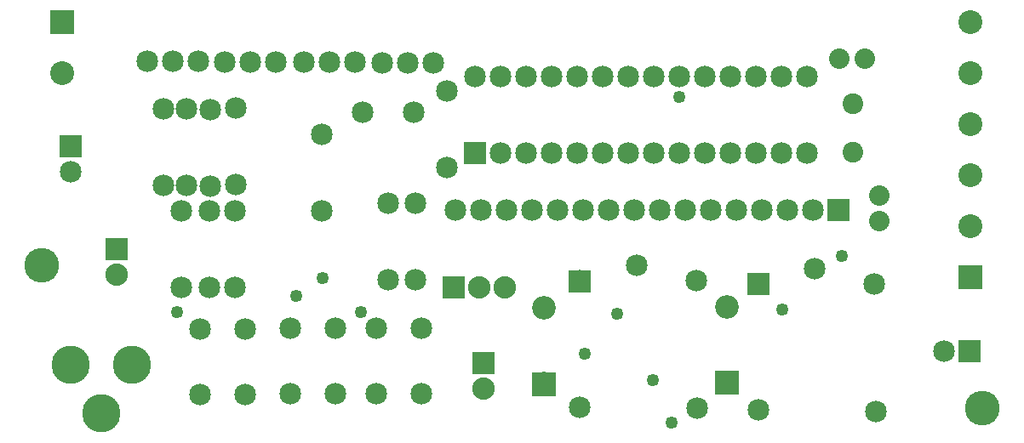
<source format=gbs>
G04 MADE WITH FRITZING*
G04 WWW.FRITZING.ORG*
G04 DOUBLE SIDED*
G04 HOLES PLATED*
G04 CONTOUR ON CENTER OF CONTOUR VECTOR*
%ASAXBY*%
%FSLAX23Y23*%
%MOIN*%
%OFA0B0*%
%SFA1.0B1.0*%
%ADD10C,0.049370*%
%ADD11C,0.088000*%
%ADD12C,0.085000*%
%ADD13C,0.093307*%
%ADD14C,0.150000*%
%ADD15C,0.080925*%
%ADD16C,0.080866*%
%ADD17C,0.135984*%
%ADD18C,0.080000*%
%ADD19C,0.092000*%
%ADD20R,0.088000X0.088000*%
%ADD21R,0.085000X0.085000*%
%ADD22R,0.093307X0.093307*%
%ADD23R,0.092000X0.092000*%
%LNMASK0*%
G90*
G70*
G54D10*
X1364Y516D03*
X644Y516D03*
G54D11*
X1726Y612D03*
X1826Y612D03*
X1926Y612D03*
G54D10*
X2610Y1358D03*
X1111Y580D03*
X1214Y649D03*
X3014Y527D03*
X3247Y736D03*
G54D12*
X3746Y364D03*
X3646Y364D03*
G54D10*
X2367Y509D03*
X2581Y83D03*
X2241Y353D03*
X2505Y248D03*
G54D12*
X1569Y1298D03*
X1369Y1298D03*
G54D13*
X3748Y651D03*
X3748Y851D03*
X3748Y1051D03*
X3748Y1251D03*
X3748Y1451D03*
X3748Y1651D03*
X194Y1652D03*
X194Y1452D03*
G54D14*
X465Y309D03*
X225Y309D03*
X345Y119D03*
G54D15*
X3291Y1334D03*
G54D16*
X3291Y1141D03*
G54D12*
X1810Y1140D03*
X1810Y1440D03*
X1910Y1140D03*
X1910Y1440D03*
X2010Y1140D03*
X2010Y1440D03*
X2110Y1140D03*
X2110Y1440D03*
X2210Y1140D03*
X2210Y1440D03*
X2310Y1140D03*
X2310Y1440D03*
X2410Y1140D03*
X2410Y1440D03*
X2510Y1140D03*
X2510Y1440D03*
X2610Y1140D03*
X2610Y1440D03*
X2710Y1140D03*
X2710Y1440D03*
X2810Y1140D03*
X2810Y1440D03*
X2910Y1140D03*
X2910Y1440D03*
X3010Y1140D03*
X3010Y1440D03*
X3110Y1140D03*
X3110Y1440D03*
X3234Y916D03*
X3134Y916D03*
X3034Y916D03*
X2934Y916D03*
X2834Y916D03*
X2734Y916D03*
X2634Y916D03*
X2534Y916D03*
X2434Y916D03*
X2334Y916D03*
X2234Y916D03*
X2134Y916D03*
X2034Y916D03*
X1934Y916D03*
X1834Y916D03*
X1734Y916D03*
X2918Y625D03*
X2918Y131D03*
X3379Y126D03*
X3141Y687D03*
X3374Y625D03*
X2219Y638D03*
X2219Y144D03*
X2680Y138D03*
X2442Y699D03*
X2675Y638D03*
G54D17*
X3797Y140D03*
G54D11*
X1843Y317D03*
X1843Y217D03*
X407Y762D03*
X407Y662D03*
G54D18*
X3393Y973D03*
X3393Y873D03*
G54D12*
X909Y448D03*
X909Y192D03*
X732Y448D03*
X732Y192D03*
X1263Y452D03*
X1263Y196D03*
X1086Y452D03*
X1086Y196D03*
X1599Y452D03*
X1599Y196D03*
X1422Y452D03*
X1422Y196D03*
G54D18*
X3237Y1510D03*
X3337Y1510D03*
G54D12*
X526Y1498D03*
X626Y1498D03*
X726Y1498D03*
X1138Y1497D03*
X1238Y1497D03*
X1338Y1497D03*
X831Y1496D03*
X931Y1496D03*
X1031Y1496D03*
G54D19*
X2796Y239D03*
X2796Y537D03*
G54D12*
X227Y1166D03*
X227Y1066D03*
X1445Y1493D03*
X1545Y1493D03*
X1645Y1493D03*
G54D19*
X2079Y235D03*
X2079Y533D03*
G54D12*
X870Y614D03*
X870Y914D03*
X770Y614D03*
X770Y914D03*
X1699Y1384D03*
X1699Y1084D03*
X589Y1314D03*
X589Y1014D03*
X774Y1010D03*
X774Y1310D03*
X681Y1012D03*
X681Y1312D03*
X872Y1016D03*
X872Y1316D03*
X1576Y641D03*
X1576Y941D03*
X1469Y644D03*
X1469Y944D03*
X1209Y914D03*
X1209Y1214D03*
X658Y614D03*
X658Y914D03*
G54D17*
X113Y699D03*
G54D20*
X1726Y612D03*
G54D21*
X3746Y364D03*
G54D22*
X3748Y651D03*
X194Y1652D03*
G54D21*
X1810Y1140D03*
X3234Y915D03*
X2918Y625D03*
X2219Y637D03*
G54D20*
X1843Y317D03*
X407Y762D03*
G54D23*
X2796Y238D03*
G54D21*
X227Y1166D03*
G54D23*
X2079Y234D03*
G04 End of Mask0*
M02*
</source>
